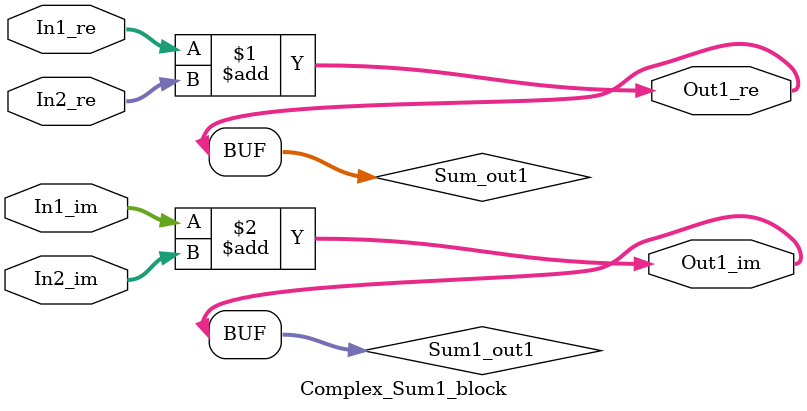
<source format=v>



`timescale 1 ns / 1 ns

module Complex_Sum1_block
          (In1_re,
           In1_im,
           In2_re,
           In2_im,
           Out1_re,
           Out1_im);


  input   signed [36:0] In1_re;  // sfix37_En22
  input   signed [36:0] In1_im;  // sfix37_En22
  input   signed [36:0] In2_re;  // sfix37_En22
  input   signed [36:0] In2_im;  // sfix37_En22
  output  signed [36:0] Out1_re;  // sfix37_En22
  output  signed [36:0] Out1_im;  // sfix37_En22


  wire signed [36:0] Sum_out1;  // sfix37_En22
  wire signed [36:0] Sum1_out1;  // sfix37_En22


  assign Sum_out1 = In1_re + In2_re;



  assign Out1_re = Sum_out1;

  assign Sum1_out1 = In1_im + In2_im;



  assign Out1_im = Sum1_out1;

endmodule  // Complex_Sum1_block


</source>
